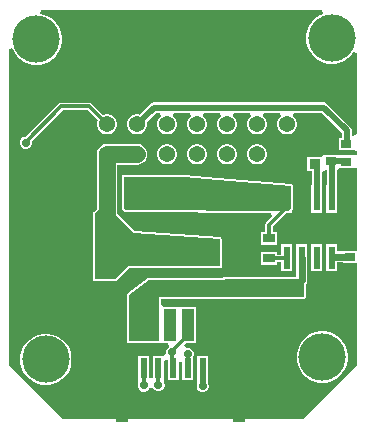
<source format=gtl>
G04*
G04 #@! TF.GenerationSoftware,Altium Limited,Altium Designer,21.6.1 (37)*
G04*
G04 Layer_Physical_Order=1*
G04 Layer_Color=255*
%FSLAX44Y44*%
%MOMM*%
G71*
G04*
G04 #@! TF.SameCoordinates,4ABF761C-D1B2-43E9-9F85-C7646A4A9D86*
G04*
G04*
G04 #@! TF.FilePolarity,Positive*
G04*
G01*
G75*
%ADD10C,0.2000*%
%ADD14R,0.6000X1.7000*%
%ADD15R,1.0000X2.7000*%
%ADD16R,1.8000X3.8000*%
%ADD17R,0.6000X1.9700*%
%ADD18R,3.0000X2.1300*%
%ADD19R,2.7940X1.9050*%
%ADD20R,1.0000X0.8000*%
%ADD21R,1.8200X1.1500*%
%ADD22R,1.3800X1.8200*%
%ADD23R,0.9300X0.8900*%
%ADD24R,2.2000X2.3000*%
%ADD25R,0.9000X0.7000*%
%ADD42C,0.5000*%
%ADD43C,0.6000*%
%ADD44C,1.0000*%
%ADD45C,0.8000*%
%ADD46C,1.4000*%
%ADD47C,0.3000*%
%ADD48C,1.3700*%
%ADD49R,1.3700X1.3700*%
%ADD50C,0.4000*%
%ADD51C,4.0000*%
%ADD52C,0.7000*%
G36*
X410669Y417451D02*
X407721Y416230D01*
X404167Y413856D01*
X401145Y410833D01*
X398770Y407279D01*
X397134Y403330D01*
X396300Y399137D01*
Y394863D01*
X397134Y390670D01*
X398770Y386721D01*
X401145Y383167D01*
X404167Y380145D01*
X407721Y377770D01*
X411670Y376134D01*
X415863Y375300D01*
X420137D01*
X424330Y376134D01*
X428279Y377770D01*
X431833Y380145D01*
X434856Y383167D01*
X436451Y385555D01*
X439451Y384645D01*
Y315569D01*
X436451Y313967D01*
X434907Y315002D01*
Y318875D01*
X434581Y320514D01*
X433653Y321903D01*
X414278Y341278D01*
X412889Y342206D01*
X411250Y342532D01*
X267450D01*
X265811Y342206D01*
X264422Y341278D01*
X255405Y332261D01*
X254326Y332550D01*
X252074D01*
X249900Y331967D01*
X247950Y330842D01*
X246358Y329250D01*
X245233Y327300D01*
X244650Y325126D01*
Y322874D01*
X245233Y320700D01*
X246358Y318750D01*
X247950Y317158D01*
X249900Y316033D01*
X252074Y315450D01*
X254326D01*
X256500Y316033D01*
X258450Y317158D01*
X260042Y318750D01*
X261167Y320700D01*
X261750Y322874D01*
Y325126D01*
X261461Y326205D01*
X269224Y333968D01*
X272765D01*
X273569Y330968D01*
X273350Y330842D01*
X271758Y329250D01*
X270633Y327300D01*
X270050Y325126D01*
Y322874D01*
X270633Y320700D01*
X271758Y318750D01*
X273350Y317158D01*
X275300Y316033D01*
X277474Y315450D01*
X279725D01*
X281900Y316033D01*
X283850Y317158D01*
X285442Y318750D01*
X286567Y320700D01*
X287150Y322874D01*
Y325126D01*
X286567Y327300D01*
X285442Y329250D01*
X283850Y330842D01*
X283631Y330968D01*
X284435Y333968D01*
X298165D01*
X298969Y330968D01*
X298750Y330842D01*
X297158Y329250D01*
X296033Y327300D01*
X295450Y325126D01*
Y322874D01*
X296033Y320700D01*
X297158Y318750D01*
X298750Y317158D01*
X300700Y316033D01*
X302874Y315450D01*
X305126D01*
X307300Y316033D01*
X309250Y317158D01*
X310842Y318750D01*
X311967Y320700D01*
X312550Y322874D01*
Y325126D01*
X311967Y327300D01*
X310842Y329250D01*
X309250Y330842D01*
X309031Y330968D01*
X309835Y333968D01*
X323565D01*
X324369Y330968D01*
X324150Y330842D01*
X322558Y329250D01*
X321433Y327300D01*
X320850Y325126D01*
Y322874D01*
X321433Y320700D01*
X322558Y318750D01*
X324150Y317158D01*
X326100Y316033D01*
X328274Y315450D01*
X330526D01*
X332700Y316033D01*
X334650Y317158D01*
X336242Y318750D01*
X337367Y320700D01*
X337950Y322874D01*
Y325126D01*
X337367Y327300D01*
X336242Y329250D01*
X334650Y330842D01*
X334431Y330968D01*
X335235Y333968D01*
X348965D01*
X349769Y330968D01*
X349550Y330842D01*
X347958Y329250D01*
X346833Y327300D01*
X346250Y325126D01*
Y322874D01*
X346833Y320700D01*
X347958Y318750D01*
X349550Y317158D01*
X351500Y316033D01*
X353674Y315450D01*
X355925D01*
X358100Y316033D01*
X360050Y317158D01*
X361642Y318750D01*
X362767Y320700D01*
X363350Y322874D01*
Y325126D01*
X362767Y327300D01*
X361642Y329250D01*
X360050Y330842D01*
X359831Y330968D01*
X360635Y333968D01*
X374365D01*
X375169Y330968D01*
X374950Y330842D01*
X373358Y329250D01*
X372233Y327300D01*
X371650Y325126D01*
Y322874D01*
X372233Y320700D01*
X373358Y318750D01*
X374950Y317158D01*
X376900Y316033D01*
X379074Y315450D01*
X381325D01*
X383500Y316033D01*
X385450Y317158D01*
X387042Y318750D01*
X388167Y320700D01*
X388750Y322874D01*
Y325126D01*
X388167Y327300D01*
X387042Y329250D01*
X385450Y330842D01*
X385231Y330968D01*
X386035Y333968D01*
X409476D01*
X426343Y317101D01*
Y312700D01*
X424300D01*
Y302300D01*
X436451D01*
X436700Y302300D01*
X439451Y301699D01*
Y298301D01*
X436451Y297700D01*
X424300D01*
X423950Y297950D01*
Y297950D01*
X411550Y297950D01*
X409171Y296450D01*
X408550Y296450D01*
X397400D01*
Y284150D01*
X401068D01*
Y272300D01*
X400650D01*
Y249200D01*
X410050D01*
Y272300D01*
X409632D01*
Y283259D01*
X410845Y284453D01*
X413023Y285337D01*
X413618Y285171D01*
Y272300D01*
X413350D01*
Y249200D01*
X422750D01*
Y272300D01*
X422182D01*
Y285177D01*
X424300Y287300D01*
X436451D01*
X436700Y287300D01*
X439451Y286699D01*
X439451Y217200D01*
X427300D01*
Y216792D01*
X422750D01*
Y222800D01*
X413350D01*
Y199700D01*
X422750D01*
Y207208D01*
X427300D01*
Y206800D01*
X439451D01*
Y120056D01*
X393945Y74549D01*
X190056Y74549D01*
X144549Y120056D01*
X144549Y388072D01*
X147549Y388669D01*
X148770Y385721D01*
X151145Y382167D01*
X154167Y379145D01*
X157721Y376770D01*
X161670Y375134D01*
X165863Y374300D01*
X170137D01*
X174330Y375134D01*
X178279Y376770D01*
X181833Y379145D01*
X184856Y382167D01*
X187230Y385721D01*
X188866Y389671D01*
X189700Y393863D01*
Y398138D01*
X188866Y402330D01*
X187230Y406279D01*
X184856Y409833D01*
X181833Y412856D01*
X178279Y415230D01*
X174330Y416866D01*
X171390Y417451D01*
X171685Y420451D01*
X410072D01*
X410669Y417451D01*
D02*
G37*
%LPC*%
G36*
X212550Y342513D02*
X189000D01*
X187751Y342264D01*
X186693Y341557D01*
X158836Y313700D01*
X158066D01*
X156154Y312908D01*
X154692Y311446D01*
X153900Y309534D01*
Y307466D01*
X154692Y305554D01*
X156154Y304092D01*
X158066Y303300D01*
X160134D01*
X162045Y304092D01*
X163508Y305554D01*
X164300Y307466D01*
Y309534D01*
X164182Y309818D01*
X190351Y335987D01*
X211198D01*
X219852Y327334D01*
X219833Y327300D01*
X219250Y325126D01*
Y322874D01*
X219833Y320700D01*
X220958Y318750D01*
X222550Y317158D01*
X224500Y316033D01*
X226674Y315450D01*
X228925D01*
X231100Y316033D01*
X233050Y317158D01*
X234642Y318750D01*
X235767Y320700D01*
X236350Y322874D01*
Y325126D01*
X235767Y327300D01*
X234642Y329250D01*
X233050Y330842D01*
X231100Y331967D01*
X228925Y332550D01*
X226674D01*
X224500Y331967D01*
X224466Y331948D01*
X214857Y341557D01*
X213798Y342264D01*
X212550Y342513D01*
D02*
G37*
G36*
X230850Y307375D02*
X229325Y307174D01*
X227800Y307375D01*
X225529Y307076D01*
X223412Y306199D01*
X221595Y304805D01*
X220201Y302987D01*
X219324Y300871D01*
X219025Y298600D01*
Y252476D01*
X216524Y249976D01*
X216149Y249413D01*
X216017Y248750D01*
Y192750D01*
X216149Y192087D01*
X216524Y191524D01*
X217087Y191149D01*
X217750Y191017D01*
X234250D01*
X234913Y191149D01*
X235476Y191524D01*
X246218Y202267D01*
X323250D01*
X323913Y202399D01*
X324476Y202774D01*
X324851Y203337D01*
X324983Y204000D01*
Y226750D01*
X324923Y227053D01*
X324873Y227358D01*
X324668Y227906D01*
X324505Y228169D01*
X324351Y228437D01*
X324327Y228456D01*
X324311Y228481D01*
X324060Y228662D01*
X323816Y228851D01*
X323787Y228859D01*
X323762Y228876D01*
X323461Y228947D01*
X323163Y229028D01*
X251767Y233935D01*
X236575Y249126D01*
Y289825D01*
X253200D01*
X255471Y290124D01*
X257587Y291000D01*
X259405Y292395D01*
X260799Y294212D01*
X261676Y296329D01*
X261975Y298600D01*
X261676Y300871D01*
X260799Y302987D01*
X259405Y304805D01*
X257587Y306199D01*
X255471Y307076D01*
X253200Y307375D01*
X230850D01*
X230850Y307375D01*
D02*
G37*
G36*
X355925Y307150D02*
X353674D01*
X351500Y306567D01*
X349550Y305442D01*
X347958Y303850D01*
X346833Y301900D01*
X346250Y299725D01*
Y297474D01*
X346833Y295300D01*
X347958Y293350D01*
X349550Y291758D01*
X351500Y290632D01*
X353674Y290050D01*
X355925D01*
X358100Y290632D01*
X360050Y291758D01*
X361642Y293350D01*
X362767Y295300D01*
X363350Y297474D01*
Y299725D01*
X362767Y301900D01*
X361642Y303850D01*
X360050Y305442D01*
X358100Y306567D01*
X355925Y307150D01*
D02*
G37*
G36*
X330526D02*
X328274D01*
X326100Y306567D01*
X324150Y305442D01*
X322558Y303850D01*
X321433Y301900D01*
X320850Y299725D01*
Y297474D01*
X321433Y295300D01*
X322558Y293350D01*
X324150Y291758D01*
X326100Y290632D01*
X328274Y290050D01*
X330526D01*
X332700Y290632D01*
X334650Y291758D01*
X336242Y293350D01*
X337367Y295300D01*
X337950Y297474D01*
Y299725D01*
X337367Y301900D01*
X336242Y303850D01*
X334650Y305442D01*
X332700Y306567D01*
X330526Y307150D01*
D02*
G37*
G36*
X305126D02*
X302874D01*
X300700Y306567D01*
X298750Y305442D01*
X297158Y303850D01*
X296033Y301900D01*
X295450Y299725D01*
Y297474D01*
X296033Y295300D01*
X297158Y293350D01*
X298750Y291758D01*
X300700Y290632D01*
X302874Y290050D01*
X305126D01*
X307300Y290632D01*
X309250Y291758D01*
X310842Y293350D01*
X311967Y295300D01*
X312550Y297474D01*
Y299725D01*
X311967Y301900D01*
X310842Y303850D01*
X309250Y305442D01*
X307300Y306567D01*
X305126Y307150D01*
D02*
G37*
G36*
X279725D02*
X277474D01*
X275300Y306567D01*
X273350Y305442D01*
X271758Y303850D01*
X270633Y301900D01*
X270050Y299725D01*
Y297474D01*
X270633Y295300D01*
X271758Y293350D01*
X273350Y291758D01*
X275300Y290632D01*
X277474Y290050D01*
X279725D01*
X281900Y290632D01*
X283850Y291758D01*
X285442Y293350D01*
X286567Y295300D01*
X287150Y297474D01*
Y299725D01*
X286567Y301900D01*
X285442Y303850D01*
X283850Y305442D01*
X281900Y306567D01*
X279725Y307150D01*
D02*
G37*
G36*
X293250Y281483D02*
X242250D01*
X241923Y281418D01*
X241596Y281355D01*
X241592Y281352D01*
X241587Y281351D01*
X241360Y281200D01*
X240550D01*
Y279921D01*
X240517Y279760D01*
X240356Y253295D01*
X240357Y253295D01*
X240356Y253294D01*
X240420Y252964D01*
X240484Y252631D01*
X240485Y252631D01*
X240485Y252630D01*
X240667Y252355D01*
X240857Y252066D01*
X240857Y252066D01*
X240857Y252066D01*
X242967Y249933D01*
X242968Y249933D01*
X242968Y249932D01*
X243260Y249735D01*
X243528Y249554D01*
X243528Y249554D01*
X243529Y249554D01*
X243867Y249485D01*
X244190Y249419D01*
X244191Y249419D01*
X244191Y249419D01*
X366367Y248847D01*
X367508Y246073D01*
X362693Y241257D01*
X361986Y240199D01*
X361738Y238950D01*
Y233200D01*
X358300D01*
Y221800D01*
X371700D01*
Y233200D01*
X368263D01*
Y237599D01*
X379450Y248786D01*
X381366Y248777D01*
X381368Y248777D01*
X381370Y248777D01*
X381696Y248841D01*
X382029Y248906D01*
X382031Y248907D01*
X382033Y248907D01*
X382309Y249090D01*
X382475Y249200D01*
X384650D01*
Y251325D01*
X384723Y251398D01*
X384724Y251399D01*
X384726Y251401D01*
X384913Y251681D01*
X385100Y251959D01*
X385100Y251961D01*
X385101Y251963D01*
X385167Y252295D01*
X385233Y252622D01*
X385233Y252624D01*
X385233Y252626D01*
Y271500D01*
X385181Y271765D01*
X385149Y272032D01*
X385115Y272094D01*
X385101Y272163D01*
X384952Y272388D01*
X384820Y272623D01*
X384765Y272667D01*
X384726Y272726D01*
X384501Y272875D01*
X384290Y273043D01*
X384222Y273062D01*
X384163Y273101D01*
X383899Y273154D01*
X383639Y273228D01*
X321669Y278225D01*
X293448Y281472D01*
X293348Y281464D01*
X293250Y281483D01*
D02*
G37*
G36*
X384650Y222800D02*
X375250D01*
Y213762D01*
X371700D01*
Y216200D01*
X358300D01*
Y204800D01*
X371700D01*
Y207237D01*
X375250D01*
Y199700D01*
X384650D01*
Y222800D01*
D02*
G37*
G36*
X410050D02*
X400650D01*
Y199700D01*
X410050D01*
Y222800D01*
D02*
G37*
G36*
X397350D02*
X387950D01*
Y211713D01*
X387858Y211250D01*
Y194463D01*
X263493Y193983D01*
X263284Y193941D01*
X263070Y193929D01*
X262955Y193874D01*
X262831Y193849D01*
X262653Y193729D01*
X262460Y193637D01*
X245460Y180887D01*
X245377Y180794D01*
X245274Y180726D01*
X245154Y180545D01*
X245009Y180383D01*
X244967Y180266D01*
X244899Y180163D01*
X244856Y179950D01*
X244784Y179745D01*
X244791Y179622D01*
X244767Y179500D01*
Y140500D01*
X244800Y140334D01*
Y138800D01*
X246332D01*
X246500Y138767D01*
X271500D01*
X271668Y138800D01*
X274000Y138800D01*
X276200Y138800D01*
X279800D01*
X280397Y135800D01*
X280054Y135658D01*
X278592Y134196D01*
X277800Y132284D01*
X277800Y130468D01*
X277728Y130092D01*
X275491Y127950D01*
X273332Y127950D01*
X266550D01*
Y109653D01*
X264349Y108884D01*
X263450Y109814D01*
Y127950D01*
X254050D01*
Y107550D01*
X254050Y107550D01*
X254019Y104563D01*
X253800Y104034D01*
Y101966D01*
X254592Y100054D01*
X256054Y98592D01*
X257966Y97800D01*
X260034D01*
X261946Y98592D01*
X263408Y100054D01*
X263553Y100404D01*
X266800D01*
X266842Y100304D01*
X268304Y98842D01*
X270216Y98050D01*
X272284D01*
X274195Y98842D01*
X275658Y100304D01*
X276450Y102216D01*
Y104284D01*
X276283Y104688D01*
X275950Y107550D01*
X275950Y107550D01*
X275950Y107550D01*
Y123740D01*
X276857Y124482D01*
X278950Y125075D01*
X279050Y124921D01*
Y107550D01*
X288450D01*
Y122470D01*
X291450Y123889D01*
X291550Y123807D01*
Y107550D01*
X300950D01*
Y127812D01*
X301200Y128416D01*
Y130484D01*
X300408Y132396D01*
X298946Y133858D01*
X297034Y134650D01*
X295095D01*
X294690Y135073D01*
X293302Y137208D01*
X294581Y138800D01*
X303200D01*
Y169200D01*
X291200D01*
X289800Y169200D01*
Y169200D01*
X288200D01*
Y169200D01*
X276349D01*
X273497Y171660D01*
X273785Y176267D01*
X394250D01*
X394913Y176399D01*
X395476Y176774D01*
X395851Y177337D01*
X395983Y178000D01*
Y188456D01*
X396038Y188511D01*
X396039Y188512D01*
X397077Y190066D01*
X397442Y191900D01*
Y211250D01*
X397350Y211713D01*
Y222800D01*
D02*
G37*
G36*
X412137Y148700D02*
X407863D01*
X403671Y147866D01*
X399721Y146230D01*
X396167Y143855D01*
X393145Y140833D01*
X390770Y137279D01*
X389134Y133330D01*
X388300Y129137D01*
Y124863D01*
X389134Y120670D01*
X390770Y116721D01*
X393145Y113167D01*
X396167Y110145D01*
X399721Y107770D01*
X403671Y106134D01*
X407863Y105300D01*
X412137D01*
X416330Y106134D01*
X420279Y107770D01*
X423833Y110145D01*
X426856Y113167D01*
X429230Y116721D01*
X430866Y120670D01*
X431700Y124863D01*
Y129137D01*
X430866Y133330D01*
X429230Y137279D01*
X426856Y140833D01*
X423833Y143855D01*
X420279Y146230D01*
X416330Y147866D01*
X412137Y148700D01*
D02*
G37*
G36*
X178137Y146700D02*
X173863D01*
X169671Y145866D01*
X165721Y144230D01*
X162167Y141855D01*
X159145Y138833D01*
X156770Y135279D01*
X155134Y131330D01*
X154300Y127137D01*
Y122863D01*
X155134Y118670D01*
X156770Y114721D01*
X159145Y111167D01*
X162167Y108145D01*
X165721Y105770D01*
X169671Y104134D01*
X173863Y103300D01*
X178137D01*
X182330Y104134D01*
X186279Y105770D01*
X189833Y108145D01*
X192856Y111167D01*
X195230Y114721D01*
X196866Y118670D01*
X197700Y122863D01*
Y127137D01*
X196866Y131330D01*
X195230Y135279D01*
X192856Y138833D01*
X189833Y141855D01*
X186279Y144230D01*
X182330Y145866D01*
X178137Y146700D01*
D02*
G37*
G36*
X313450Y127950D02*
X304050D01*
Y107550D01*
X304050Y107550D01*
X304074Y104550D01*
X303550Y103284D01*
Y101216D01*
X304342Y99305D01*
X305804Y97842D01*
X307716Y97050D01*
X309784D01*
X311695Y97842D01*
X313158Y99305D01*
X313950Y101216D01*
Y103284D01*
X313426Y104550D01*
X313450Y107550D01*
X313450D01*
Y127950D01*
D02*
G37*
%LPD*%
G36*
X234750Y248500D02*
X251000Y232250D01*
X323045Y227299D01*
X323250Y226750D01*
Y204000D01*
X245500D01*
X234250Y192750D01*
X217750D01*
Y248750D01*
X221250Y252250D01*
X234750D01*
Y248500D01*
D02*
G37*
G36*
X321500Y276500D02*
X383500Y271500D01*
Y252626D01*
X381374Y250510D01*
X244200Y251152D01*
X242090Y253285D01*
X242250Y279750D01*
X293250D01*
X321500Y276500D01*
D02*
G37*
G36*
X394250Y190164D02*
Y178000D01*
X272156D01*
X271500Y167500D01*
Y140500D01*
X246500D01*
Y179500D01*
X263500Y192250D01*
X391250Y192742D01*
X394250Y190164D01*
D02*
G37*
D10*
X419750Y292250D02*
X420000Y292500D01*
D14*
X258750Y117750D02*
D03*
X271250D02*
D03*
X283750D02*
D03*
X296250D02*
D03*
X308750D02*
D03*
X321250D02*
D03*
D15*
X339750Y85750D02*
D03*
X240250D02*
D03*
X251500Y154000D02*
D03*
X266500D02*
D03*
X281500D02*
D03*
X296500D02*
D03*
X311500D02*
D03*
X326500D02*
D03*
D16*
X229000Y107000D02*
D03*
X349000D02*
D03*
D17*
X379950Y211250D02*
D03*
X392650D02*
D03*
X405350D02*
D03*
X418050D02*
D03*
Y260750D02*
D03*
X405350D02*
D03*
X392650D02*
D03*
X379950D02*
D03*
D18*
X399000Y236000D02*
D03*
D19*
X307500Y266150D02*
D03*
Y215350D02*
D03*
D20*
X365000Y227500D02*
D03*
Y210500D02*
D03*
D21*
X383000Y185850D02*
D03*
Y156150D02*
D03*
X360000Y185850D02*
D03*
Y156150D02*
D03*
D22*
X199620Y211000D02*
D03*
X227000D02*
D03*
X199810Y240000D02*
D03*
X227190D02*
D03*
D23*
X403750Y305700D02*
D03*
Y290300D02*
D03*
D24*
X204250Y268000D02*
D03*
X253250D02*
D03*
D25*
X430500Y292500D02*
D03*
Y307500D02*
D03*
X433500Y227000D02*
D03*
Y212000D02*
D03*
X417750Y307750D02*
D03*
Y292750D02*
D03*
D42*
X267450Y338250D02*
X411250D01*
X253200Y324000D02*
X267450Y338250D01*
X411250D02*
X430625Y318875D01*
X417900Y291900D02*
X418500Y292500D01*
X417875Y292625D02*
X430875D01*
X417750Y292750D02*
X417875Y292625D01*
X430875D02*
X431000Y292750D01*
X417900Y260900D02*
Y291900D01*
Y260900D02*
X418050Y260750D01*
X430625Y307625D02*
X431250Y307000D01*
X430625Y307625D02*
Y318875D01*
X227000Y211000D02*
X227125Y210875D01*
Y196875D02*
Y210875D01*
Y196875D02*
X227250Y196750D01*
X405350Y260750D02*
Y289150D01*
X308750Y102250D02*
Y117750D01*
D43*
X392650Y260750D02*
Y283100D01*
X380750Y295000D02*
X392650Y283100D01*
Y238350D02*
Y260750D01*
Y238350D02*
X393250Y237750D01*
X419500Y212000D02*
X433500D01*
X418750Y211250D02*
X419500Y212000D01*
X390250Y189500D02*
X392650Y191900D01*
Y211250D01*
X382650Y187350D02*
X383000Y187000D01*
X321250Y116250D02*
Y117750D01*
Y116250D02*
X339000Y98500D01*
X321250Y117750D02*
Y140250D01*
D44*
X317150Y156150D02*
X383000D01*
X243500Y85750D02*
X339750D01*
X240250D02*
X243500D01*
X240250Y89000D02*
Y93000D01*
Y85750D02*
Y89000D01*
X236250Y93000D02*
X240250D01*
X233000D02*
X236250D01*
X227000Y99000D02*
Y109000D01*
X349000Y107000D02*
Y117000D01*
X384000Y152000D01*
Y154000D01*
X227000Y99000D02*
X233000Y93000D01*
X339000Y92000D02*
Y98500D01*
X321250Y140250D02*
X323000Y142000D01*
X316000Y155000D02*
X317150Y156150D01*
D45*
X372500Y140250D02*
X395250Y163000D01*
X337250Y78500D02*
X372500Y113750D01*
X243500Y85750D02*
X250750Y78500D01*
X240250Y89000D02*
X243500Y85750D01*
X236250Y93000D02*
X240250Y89000D01*
X229000Y100250D02*
X236250Y93000D01*
X229000Y100250D02*
Y132500D01*
X202400Y159100D02*
Y298600D01*
X372500Y113750D02*
Y140250D01*
X250750Y78500D02*
X337250D01*
X202400Y159100D02*
X229000Y132500D01*
X366242Y311300D02*
X378942Y298600D01*
X222389Y311150D02*
X222539Y311300D01*
X366242D01*
X216492Y311150D02*
X222389D01*
X387450Y305700D02*
X403750D01*
X382250Y300500D02*
X387450Y305700D01*
X406250Y307250D02*
X417250D01*
X417750Y307750D01*
X404250Y305250D02*
X406250Y307250D01*
X423500Y237000D02*
X433500Y227000D01*
X412750Y237000D02*
X423500D01*
X358850Y185850D02*
X383000D01*
X204000Y322400D02*
X215250Y311150D01*
X203842Y298500D02*
X216492Y311150D01*
X203250Y298500D02*
X203842D01*
X215250Y311150D02*
X216492D01*
X268850Y185850D02*
X358850D01*
X360000D01*
X259000Y176000D02*
X268850Y185850D01*
X358850D02*
X358850Y185850D01*
X259000Y149000D02*
Y176000D01*
D46*
X228500Y296250D02*
X230850Y298600D01*
X227800Y232450D02*
Y298600D01*
X245000Y215250D02*
X308000D01*
X227800Y232450D02*
X245000Y215250D01*
X230850Y298600D02*
X253200D01*
X308000Y215250D02*
X309250Y214000D01*
D47*
X258750Y117750D02*
X258875Y117625D01*
Y103125D02*
Y117625D01*
Y103125D02*
X259000Y103000D01*
X159100Y309350D02*
X189000Y339250D01*
X159100Y308500D02*
Y309350D01*
X189000Y339250D02*
X212550D01*
X227800Y324000D01*
X379250Y210500D02*
X380000Y211250D01*
X365000Y210500D02*
X379250D01*
X405250Y289250D02*
X405350Y289150D01*
X303750Y268000D02*
X304750Y267000D01*
X253250Y268000D02*
X303750D01*
X314250Y266470D02*
X319970Y260750D01*
X314250Y266470D02*
Y267250D01*
X319970Y260750D02*
X379950D01*
X365000Y238950D02*
X378750Y252700D01*
X365000Y227500D02*
Y238950D01*
X378750Y252700D02*
Y256000D01*
X296000Y118000D02*
Y129450D01*
Y118000D02*
X296250Y117750D01*
X271250Y103250D02*
Y117750D01*
Y102250D02*
Y103250D01*
X283000Y124750D02*
Y131250D01*
Y124750D02*
X283750Y117750D01*
X283600Y132600D02*
X296500Y145500D01*
Y154000D01*
D48*
X380200Y298600D02*
D03*
Y324000D02*
D03*
X354800Y298600D02*
D03*
Y324000D02*
D03*
X329400Y298600D02*
D03*
Y324000D02*
D03*
X304000Y298600D02*
D03*
Y324000D02*
D03*
X278600Y298600D02*
D03*
Y324000D02*
D03*
X253200Y298600D02*
D03*
Y324000D02*
D03*
X227800Y298600D02*
D03*
Y324000D02*
D03*
X202400Y298600D02*
D03*
D49*
Y324000D02*
D03*
D50*
X399000Y243500D02*
D03*
Y228500D02*
D03*
X384000D02*
D03*
Y243500D02*
D03*
X414000D02*
D03*
Y228500D02*
D03*
D51*
X418000Y397000D02*
D03*
X410000Y127000D02*
D03*
X176000Y125000D02*
D03*
X168000Y396000D02*
D03*
D52*
X432000Y362000D02*
D03*
Y334000D02*
D03*
Y278000D02*
D03*
Y250000D02*
D03*
Y194000D02*
D03*
Y166000D02*
D03*
X418000Y362000D02*
D03*
X425000Y348000D02*
D03*
Y236000D02*
D03*
X418000Y194000D02*
D03*
X425000Y180000D02*
D03*
X418000Y166000D02*
D03*
X425000Y152000D02*
D03*
X404000Y362000D02*
D03*
X411000Y348000D02*
D03*
Y320000D02*
D03*
X404000Y194000D02*
D03*
X411000Y180000D02*
D03*
X404000Y166000D02*
D03*
X390000Y390000D02*
D03*
X397000Y376000D02*
D03*
X390000Y362000D02*
D03*
X397000Y348000D02*
D03*
Y320000D02*
D03*
X390000Y306000D02*
D03*
Y278000D02*
D03*
X397000Y152000D02*
D03*
X390000Y110000D02*
D03*
X397000Y96000D02*
D03*
X390000Y82000D02*
D03*
X383000Y404000D02*
D03*
X376000Y390000D02*
D03*
X383000Y376000D02*
D03*
X376000Y362000D02*
D03*
X383000Y348000D02*
D03*
X376000Y278000D02*
D03*
Y138000D02*
D03*
X383000Y124000D02*
D03*
X376000Y110000D02*
D03*
X383000Y96000D02*
D03*
X376000Y82000D02*
D03*
X369000Y404000D02*
D03*
X362000Y390000D02*
D03*
X369000Y376000D02*
D03*
X362000Y362000D02*
D03*
X369000Y348000D02*
D03*
X362000Y138000D02*
D03*
X369000Y124000D02*
D03*
Y96000D02*
D03*
X362000Y82000D02*
D03*
X355000Y404000D02*
D03*
X348000Y390000D02*
D03*
X355000Y376000D02*
D03*
X348000Y362000D02*
D03*
X355000Y348000D02*
D03*
X348000Y166000D02*
D03*
Y138000D02*
D03*
X341000Y404000D02*
D03*
X334000Y390000D02*
D03*
X341000Y376000D02*
D03*
X334000Y362000D02*
D03*
X341000Y348000D02*
D03*
Y320000D02*
D03*
Y292000D02*
D03*
Y236000D02*
D03*
Y152000D02*
D03*
X334000Y110000D02*
D03*
X327000Y404000D02*
D03*
X320000Y390000D02*
D03*
X327000Y376000D02*
D03*
X320000Y362000D02*
D03*
X327000Y348000D02*
D03*
Y236000D02*
D03*
Y96000D02*
D03*
X320000Y82000D02*
D03*
X313000Y404000D02*
D03*
X306000Y390000D02*
D03*
X313000Y376000D02*
D03*
X306000Y362000D02*
D03*
Y82000D02*
D03*
X299000Y404000D02*
D03*
X292000Y390000D02*
D03*
X299000Y376000D02*
D03*
X292000Y362000D02*
D03*
Y306000D02*
D03*
X299000Y236000D02*
D03*
Y96000D02*
D03*
X292000Y82000D02*
D03*
X285000Y404000D02*
D03*
X278000Y390000D02*
D03*
X285000Y376000D02*
D03*
X278000Y362000D02*
D03*
X285000Y96000D02*
D03*
X278000Y82000D02*
D03*
X271000Y404000D02*
D03*
X264000Y390000D02*
D03*
X271000Y376000D02*
D03*
X264000Y362000D02*
D03*
Y82000D02*
D03*
X257000Y404000D02*
D03*
X250000Y390000D02*
D03*
X257000Y376000D02*
D03*
X250000Y362000D02*
D03*
X243000Y404000D02*
D03*
X236000Y390000D02*
D03*
X243000Y376000D02*
D03*
X236000Y362000D02*
D03*
X229000Y404000D02*
D03*
X222000Y390000D02*
D03*
X229000Y376000D02*
D03*
X222000Y362000D02*
D03*
Y82000D02*
D03*
X215000Y404000D02*
D03*
X208000Y390000D02*
D03*
X215000Y376000D02*
D03*
X208000Y362000D02*
D03*
X215000Y320000D02*
D03*
Y292000D02*
D03*
X208000Y138000D02*
D03*
X215000Y124000D02*
D03*
X208000Y110000D02*
D03*
X215000Y96000D02*
D03*
X208000Y82000D02*
D03*
X201000Y404000D02*
D03*
X194000Y390000D02*
D03*
X201000Y376000D02*
D03*
X194000Y362000D02*
D03*
X201000Y96000D02*
D03*
X194000Y82000D02*
D03*
X187000Y376000D02*
D03*
X180000Y362000D02*
D03*
X187000Y320000D02*
D03*
X180000Y306000D02*
D03*
X187000Y292000D02*
D03*
X180000Y278000D02*
D03*
X187000Y264000D02*
D03*
X180000Y250000D02*
D03*
X187000Y236000D02*
D03*
X180000Y166000D02*
D03*
X187000Y152000D02*
D03*
Y96000D02*
D03*
X166000Y362000D02*
D03*
Y166000D02*
D03*
X173000Y152000D02*
D03*
X152000Y362000D02*
D03*
X159000Y348000D02*
D03*
X152000Y334000D02*
D03*
Y194000D02*
D03*
X159000Y180000D02*
D03*
X152000Y166000D02*
D03*
X159000Y152000D02*
D03*
X152000Y138000D02*
D03*
X227250Y196750D02*
D03*
X259000Y103000D02*
D03*
X159100Y308500D02*
D03*
X296000Y129450D02*
D03*
X282000Y147000D02*
D03*
X283000Y131250D02*
D03*
X308750Y102250D02*
D03*
X271250Y103250D02*
D03*
M02*

</source>
